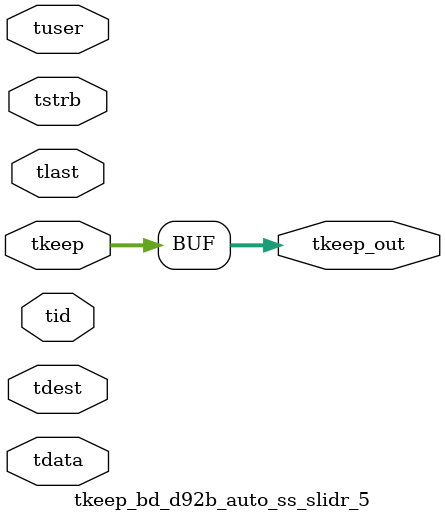
<source format=v>


`timescale 1ps/1ps

module tkeep_bd_d92b_auto_ss_slidr_5 #
(
parameter C_S_AXIS_TDATA_WIDTH = 32,
parameter C_S_AXIS_TUSER_WIDTH = 0,
parameter C_S_AXIS_TID_WIDTH   = 0,
parameter C_S_AXIS_TDEST_WIDTH = 0,
parameter C_M_AXIS_TDATA_WIDTH = 32
)
(
input  [(C_S_AXIS_TDATA_WIDTH == 0 ? 1 : C_S_AXIS_TDATA_WIDTH)-1:0     ] tdata,
input  [(C_S_AXIS_TUSER_WIDTH == 0 ? 1 : C_S_AXIS_TUSER_WIDTH)-1:0     ] tuser,
input  [(C_S_AXIS_TID_WIDTH   == 0 ? 1 : C_S_AXIS_TID_WIDTH)-1:0       ] tid,
input  [(C_S_AXIS_TDEST_WIDTH == 0 ? 1 : C_S_AXIS_TDEST_WIDTH)-1:0     ] tdest,
input  [(C_S_AXIS_TDATA_WIDTH/8)-1:0 ] tkeep,
input  [(C_S_AXIS_TDATA_WIDTH/8)-1:0 ] tstrb,
input                                                                    tlast,
output [(C_M_AXIS_TDATA_WIDTH/8)-1:0 ] tkeep_out
);

assign tkeep_out = {tkeep[7:0]};

endmodule


</source>
